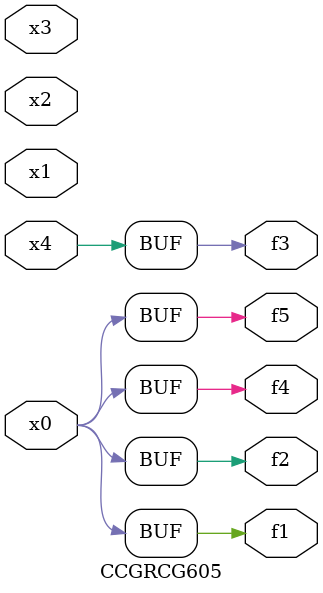
<source format=v>
module CCGRCG605(
	input x0, x1, x2, x3, x4,
	output f1, f2, f3, f4, f5
);
	assign f1 = x0;
	assign f2 = x0;
	assign f3 = x4;
	assign f4 = x0;
	assign f5 = x0;
endmodule

</source>
